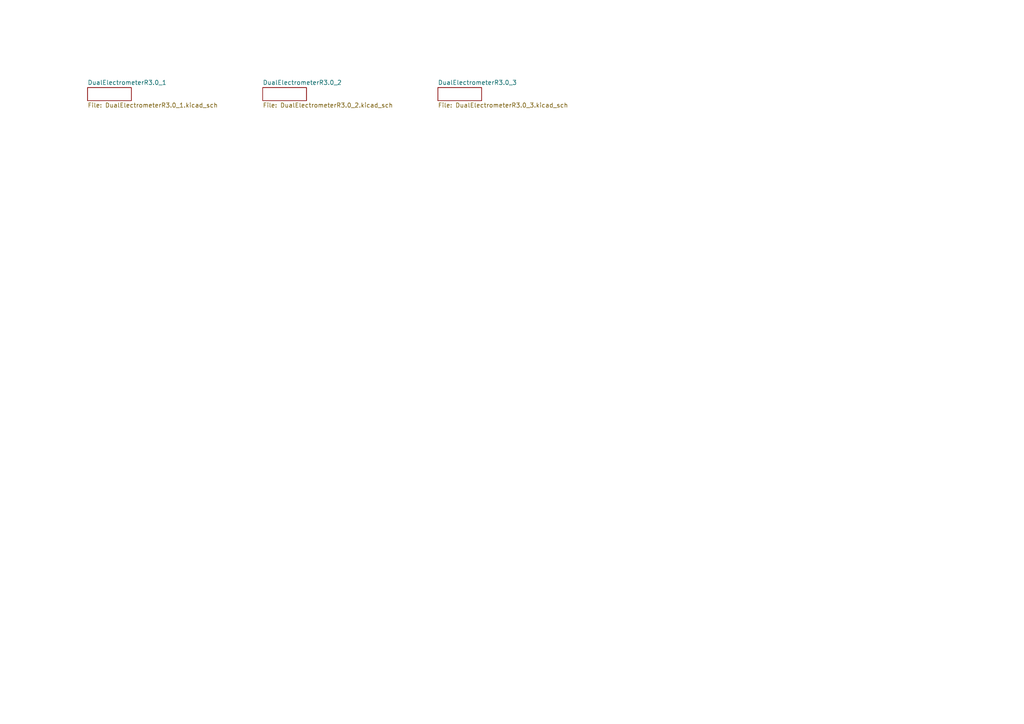
<source format=kicad_sch>
(kicad_sch
	(version 20231120)
	(generator "eeschema")
	(generator_version "8.0")
	(uuid "8aeb9e4a-0952-4a35-908d-c552ff9d6b4c")
	(paper "A4")
	(lib_symbols)
	(sheet
		(at 76.2 25.4)
		(size 12.7 3.81)
		(fields_autoplaced yes)
		(stroke
			(width 0)
			(type solid)
		)
		(fill
			(color 0 0 0 0.0000)
		)
		(uuid "ad4df88d-0261-44ec-893e-97181be2cc12")
		(property "Sheetname" "DualElectrometerR3.0_2"
			(at 76.2 24.6884 0)
			(effects
				(font
					(size 1.27 1.27)
				)
				(justify left bottom)
			)
		)
		(property "Sheetfile" "DualElectrometerR3.0_2.kicad_sch"
			(at 76.2 29.7946 0)
			(effects
				(font
					(size 1.27 1.27)
				)
				(justify left top)
			)
		)
		(instances
			(project "DualElectrometerR3.0"
				(path "/8aeb9e4a-0952-4a35-908d-c552ff9d6b4c"
					(page "2")
				)
			)
		)
	)
	(sheet
		(at 127 25.4)
		(size 12.7 3.81)
		(fields_autoplaced yes)
		(stroke
			(width 0)
			(type solid)
		)
		(fill
			(color 0 0 0 0.0000)
		)
		(uuid "c7c5d04b-4c2e-48b3-95fa-4bb556dcf493")
		(property "Sheetname" "DualElectrometerR3.0_3"
			(at 127 24.6884 0)
			(effects
				(font
					(size 1.27 1.27)
				)
				(justify left bottom)
			)
		)
		(property "Sheetfile" "DualElectrometerR3.0_3.kicad_sch"
			(at 127 29.7946 0)
			(effects
				(font
					(size 1.27 1.27)
				)
				(justify left top)
			)
		)
		(instances
			(project "DualElectrometerR3.0"
				(path "/8aeb9e4a-0952-4a35-908d-c552ff9d6b4c"
					(page "3")
				)
			)
		)
	)
	(sheet
		(at 25.4 25.4)
		(size 12.7 3.81)
		(fields_autoplaced yes)
		(stroke
			(width 0)
			(type solid)
		)
		(fill
			(color 0 0 0 0.0000)
		)
		(uuid "f7a5d322-7532-4918-a72d-ad6eaaec864f")
		(property "Sheetname" "DualElectrometerR3.0_1"
			(at 25.4 24.6884 0)
			(effects
				(font
					(size 1.27 1.27)
				)
				(justify left bottom)
			)
		)
		(property "Sheetfile" "DualElectrometerR3.0_1.kicad_sch"
			(at 25.4 29.7946 0)
			(effects
				(font
					(size 1.27 1.27)
				)
				(justify left top)
			)
		)
		(instances
			(project "DualElectrometerR3.0"
				(path "/8aeb9e4a-0952-4a35-908d-c552ff9d6b4c"
					(page "1")
				)
			)
		)
	)
	(sheet_instances
		(path "/"
			(page "1")
		)
	)
)

</source>
